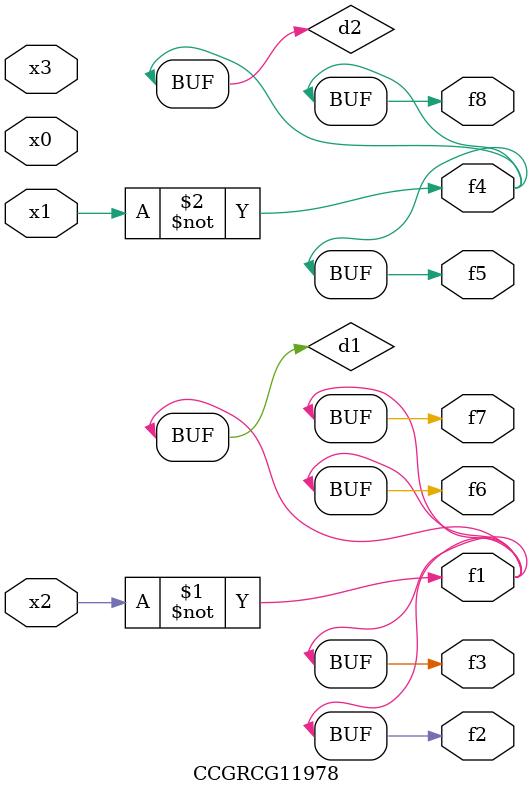
<source format=v>
module CCGRCG11978(
	input x0, x1, x2, x3,
	output f1, f2, f3, f4, f5, f6, f7, f8
);

	wire d1, d2;

	xnor (d1, x2);
	not (d2, x1);
	assign f1 = d1;
	assign f2 = d1;
	assign f3 = d1;
	assign f4 = d2;
	assign f5 = d2;
	assign f6 = d1;
	assign f7 = d1;
	assign f8 = d2;
endmodule

</source>
